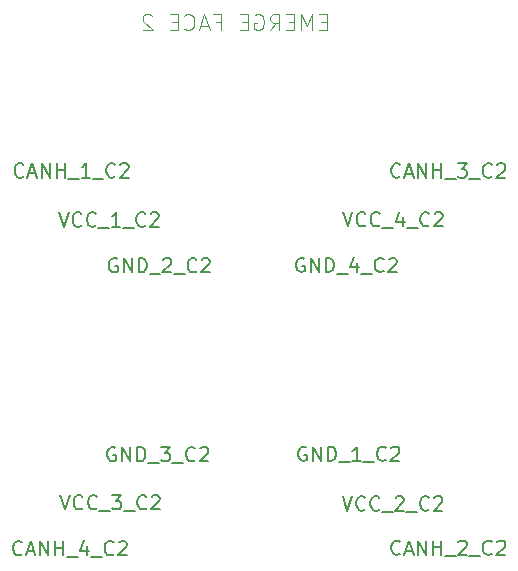
<source format=gbr>
G04 #@! TF.FileFunction,Legend,Top*
%FSLAX46Y46*%
G04 Gerber Fmt 4.6, Leading zero omitted, Abs format (unit mm)*
G04 Created by KiCad (PCBNEW 4.0.6) date 05/08/17 07:31:19*
%MOMM*%
%LPD*%
G01*
G04 APERTURE LIST*
%ADD10C,0.100000*%
%ADD11C,0.113792*%
%ADD12C,0.127000*%
G04 APERTURE END LIST*
D10*
D11*
X188867567Y-74071540D02*
X188417140Y-74071540D01*
X188224100Y-74779353D02*
X188867567Y-74779353D01*
X188867567Y-73428073D01*
X188224100Y-73428073D01*
X187644980Y-74779353D02*
X187644980Y-73428073D01*
X187194553Y-74393273D01*
X186744126Y-73428073D01*
X186744126Y-74779353D01*
X186100660Y-74071540D02*
X185650233Y-74071540D01*
X185457193Y-74779353D02*
X186100660Y-74779353D01*
X186100660Y-73428073D01*
X185457193Y-73428073D01*
X184105913Y-74779353D02*
X184556339Y-74135887D01*
X184878073Y-74779353D02*
X184878073Y-73428073D01*
X184363299Y-73428073D01*
X184234606Y-73492420D01*
X184170259Y-73556767D01*
X184105913Y-73685460D01*
X184105913Y-73878500D01*
X184170259Y-74007193D01*
X184234606Y-74071540D01*
X184363299Y-74135887D01*
X184878073Y-74135887D01*
X182818979Y-73492420D02*
X182947673Y-73428073D01*
X183140713Y-73428073D01*
X183333753Y-73492420D01*
X183462446Y-73621113D01*
X183526793Y-73749807D01*
X183591139Y-74007193D01*
X183591139Y-74200233D01*
X183526793Y-74457620D01*
X183462446Y-74586313D01*
X183333753Y-74715007D01*
X183140713Y-74779353D01*
X183012019Y-74779353D01*
X182818979Y-74715007D01*
X182754633Y-74650660D01*
X182754633Y-74200233D01*
X183012019Y-74200233D01*
X182175513Y-74071540D02*
X181725086Y-74071540D01*
X181532046Y-74779353D02*
X182175513Y-74779353D01*
X182175513Y-73428073D01*
X181532046Y-73428073D01*
X179472952Y-74071540D02*
X179923379Y-74071540D01*
X179923379Y-74779353D02*
X179923379Y-73428073D01*
X179279912Y-73428073D01*
X178829485Y-74393273D02*
X178186019Y-74393273D01*
X178958179Y-74779353D02*
X178507752Y-73428073D01*
X178057325Y-74779353D01*
X176834739Y-74650660D02*
X176899085Y-74715007D01*
X177092125Y-74779353D01*
X177220819Y-74779353D01*
X177413859Y-74715007D01*
X177542552Y-74586313D01*
X177606899Y-74457620D01*
X177671245Y-74200233D01*
X177671245Y-74007193D01*
X177606899Y-73749807D01*
X177542552Y-73621113D01*
X177413859Y-73492420D01*
X177220819Y-73428073D01*
X177092125Y-73428073D01*
X176899085Y-73492420D01*
X176834739Y-73556767D01*
X176255619Y-74071540D02*
X175805192Y-74071540D01*
X175612152Y-74779353D02*
X176255619Y-74779353D01*
X176255619Y-73428073D01*
X175612152Y-73428073D01*
X174067831Y-73556767D02*
X174003485Y-73492420D01*
X173874791Y-73428073D01*
X173553058Y-73428073D01*
X173424365Y-73492420D01*
X173360018Y-73556767D01*
X173295671Y-73685460D01*
X173295671Y-73814153D01*
X173360018Y-74007193D01*
X174132178Y-74779353D01*
X173295671Y-74779353D01*
D12*
X190230005Y-114241148D02*
X190632171Y-115447648D01*
X191034338Y-114241148D01*
X192125933Y-115332743D02*
X192068481Y-115390195D01*
X191896124Y-115447648D01*
X191781219Y-115447648D01*
X191608862Y-115390195D01*
X191493957Y-115275290D01*
X191436505Y-115160386D01*
X191379053Y-114930576D01*
X191379053Y-114758219D01*
X191436505Y-114528410D01*
X191493957Y-114413505D01*
X191608862Y-114298600D01*
X191781219Y-114241148D01*
X191896124Y-114241148D01*
X192068481Y-114298600D01*
X192125933Y-114356052D01*
X193332433Y-115332743D02*
X193274981Y-115390195D01*
X193102624Y-115447648D01*
X192987719Y-115447648D01*
X192815362Y-115390195D01*
X192700457Y-115275290D01*
X192643005Y-115160386D01*
X192585553Y-114930576D01*
X192585553Y-114758219D01*
X192643005Y-114528410D01*
X192700457Y-114413505D01*
X192815362Y-114298600D01*
X192987719Y-114241148D01*
X193102624Y-114241148D01*
X193274981Y-114298600D01*
X193332433Y-114356052D01*
X193562243Y-115562552D02*
X194481481Y-115562552D01*
X194711291Y-114356052D02*
X194768743Y-114298600D01*
X194883648Y-114241148D01*
X195170910Y-114241148D01*
X195285814Y-114298600D01*
X195343267Y-114356052D01*
X195400719Y-114470957D01*
X195400719Y-114585862D01*
X195343267Y-114758219D01*
X194653838Y-115447648D01*
X195400719Y-115447648D01*
X195630529Y-115562552D02*
X196549767Y-115562552D01*
X197526457Y-115332743D02*
X197469005Y-115390195D01*
X197296648Y-115447648D01*
X197181743Y-115447648D01*
X197009386Y-115390195D01*
X196894481Y-115275290D01*
X196837029Y-115160386D01*
X196779577Y-114930576D01*
X196779577Y-114758219D01*
X196837029Y-114528410D01*
X196894481Y-114413505D01*
X197009386Y-114298600D01*
X197181743Y-114241148D01*
X197296648Y-114241148D01*
X197469005Y-114298600D01*
X197526457Y-114356052D01*
X197986077Y-114356052D02*
X198043529Y-114298600D01*
X198158434Y-114241148D01*
X198445696Y-114241148D01*
X198560600Y-114298600D01*
X198618053Y-114356052D01*
X198675505Y-114470957D01*
X198675505Y-114585862D01*
X198618053Y-114758219D01*
X197928624Y-115447648D01*
X198675505Y-115447648D01*
X166221005Y-90206148D02*
X166623171Y-91412648D01*
X167025338Y-90206148D01*
X168116933Y-91297743D02*
X168059481Y-91355195D01*
X167887124Y-91412648D01*
X167772219Y-91412648D01*
X167599862Y-91355195D01*
X167484957Y-91240290D01*
X167427505Y-91125386D01*
X167370053Y-90895576D01*
X167370053Y-90723219D01*
X167427505Y-90493410D01*
X167484957Y-90378505D01*
X167599862Y-90263600D01*
X167772219Y-90206148D01*
X167887124Y-90206148D01*
X168059481Y-90263600D01*
X168116933Y-90321052D01*
X169323433Y-91297743D02*
X169265981Y-91355195D01*
X169093624Y-91412648D01*
X168978719Y-91412648D01*
X168806362Y-91355195D01*
X168691457Y-91240290D01*
X168634005Y-91125386D01*
X168576553Y-90895576D01*
X168576553Y-90723219D01*
X168634005Y-90493410D01*
X168691457Y-90378505D01*
X168806362Y-90263600D01*
X168978719Y-90206148D01*
X169093624Y-90206148D01*
X169265981Y-90263600D01*
X169323433Y-90321052D01*
X169553243Y-91527552D02*
X170472481Y-91527552D01*
X171391719Y-91412648D02*
X170702291Y-91412648D01*
X171047005Y-91412648D02*
X171047005Y-90206148D01*
X170932100Y-90378505D01*
X170817195Y-90493410D01*
X170702291Y-90550862D01*
X171621529Y-91527552D02*
X172540767Y-91527552D01*
X173517457Y-91297743D02*
X173460005Y-91355195D01*
X173287648Y-91412648D01*
X173172743Y-91412648D01*
X173000386Y-91355195D01*
X172885481Y-91240290D01*
X172828029Y-91125386D01*
X172770577Y-90895576D01*
X172770577Y-90723219D01*
X172828029Y-90493410D01*
X172885481Y-90378505D01*
X173000386Y-90263600D01*
X173172743Y-90206148D01*
X173287648Y-90206148D01*
X173460005Y-90263600D01*
X173517457Y-90321052D01*
X173977077Y-90321052D02*
X174034529Y-90263600D01*
X174149434Y-90206148D01*
X174436696Y-90206148D01*
X174551600Y-90263600D01*
X174609053Y-90321052D01*
X174666505Y-90435957D01*
X174666505Y-90550862D01*
X174609053Y-90723219D01*
X173919624Y-91412648D01*
X174666505Y-91412648D01*
X171120338Y-94141600D02*
X171005433Y-94084148D01*
X170833076Y-94084148D01*
X170660719Y-94141600D01*
X170545814Y-94256505D01*
X170488362Y-94371410D01*
X170430910Y-94601219D01*
X170430910Y-94773576D01*
X170488362Y-95003386D01*
X170545814Y-95118290D01*
X170660719Y-95233195D01*
X170833076Y-95290648D01*
X170947981Y-95290648D01*
X171120338Y-95233195D01*
X171177790Y-95175743D01*
X171177790Y-94773576D01*
X170947981Y-94773576D01*
X171694862Y-95290648D02*
X171694862Y-94084148D01*
X172384290Y-95290648D01*
X172384290Y-94084148D01*
X172958814Y-95290648D02*
X172958814Y-94084148D01*
X173246076Y-94084148D01*
X173418433Y-94141600D01*
X173533338Y-94256505D01*
X173590790Y-94371410D01*
X173648242Y-94601219D01*
X173648242Y-94773576D01*
X173590790Y-95003386D01*
X173533338Y-95118290D01*
X173418433Y-95233195D01*
X173246076Y-95290648D01*
X172958814Y-95290648D01*
X173878052Y-95405552D02*
X174797290Y-95405552D01*
X175027100Y-94199052D02*
X175084552Y-94141600D01*
X175199457Y-94084148D01*
X175486719Y-94084148D01*
X175601623Y-94141600D01*
X175659076Y-94199052D01*
X175716528Y-94313957D01*
X175716528Y-94428862D01*
X175659076Y-94601219D01*
X174969647Y-95290648D01*
X175716528Y-95290648D01*
X175946338Y-95405552D02*
X176865576Y-95405552D01*
X177842266Y-95175743D02*
X177784814Y-95233195D01*
X177612457Y-95290648D01*
X177497552Y-95290648D01*
X177325195Y-95233195D01*
X177210290Y-95118290D01*
X177152838Y-95003386D01*
X177095386Y-94773576D01*
X177095386Y-94601219D01*
X177152838Y-94371410D01*
X177210290Y-94256505D01*
X177325195Y-94141600D01*
X177497552Y-94084148D01*
X177612457Y-94084148D01*
X177784814Y-94141600D01*
X177842266Y-94199052D01*
X178301886Y-94199052D02*
X178359338Y-94141600D01*
X178474243Y-94084148D01*
X178761505Y-94084148D01*
X178876409Y-94141600D01*
X178933862Y-94199052D01*
X178991314Y-94313957D01*
X178991314Y-94428862D01*
X178933862Y-94601219D01*
X178244433Y-95290648D01*
X178991314Y-95290648D01*
X187151338Y-110109600D02*
X187036433Y-110052148D01*
X186864076Y-110052148D01*
X186691719Y-110109600D01*
X186576814Y-110224505D01*
X186519362Y-110339410D01*
X186461910Y-110569219D01*
X186461910Y-110741576D01*
X186519362Y-110971386D01*
X186576814Y-111086290D01*
X186691719Y-111201195D01*
X186864076Y-111258648D01*
X186978981Y-111258648D01*
X187151338Y-111201195D01*
X187208790Y-111143743D01*
X187208790Y-110741576D01*
X186978981Y-110741576D01*
X187725862Y-111258648D02*
X187725862Y-110052148D01*
X188415290Y-111258648D01*
X188415290Y-110052148D01*
X188989814Y-111258648D02*
X188989814Y-110052148D01*
X189277076Y-110052148D01*
X189449433Y-110109600D01*
X189564338Y-110224505D01*
X189621790Y-110339410D01*
X189679242Y-110569219D01*
X189679242Y-110741576D01*
X189621790Y-110971386D01*
X189564338Y-111086290D01*
X189449433Y-111201195D01*
X189277076Y-111258648D01*
X188989814Y-111258648D01*
X189909052Y-111373552D02*
X190828290Y-111373552D01*
X191747528Y-111258648D02*
X191058100Y-111258648D01*
X191402814Y-111258648D02*
X191402814Y-110052148D01*
X191287909Y-110224505D01*
X191173004Y-110339410D01*
X191058100Y-110396862D01*
X191977338Y-111373552D02*
X192896576Y-111373552D01*
X193873266Y-111143743D02*
X193815814Y-111201195D01*
X193643457Y-111258648D01*
X193528552Y-111258648D01*
X193356195Y-111201195D01*
X193241290Y-111086290D01*
X193183838Y-110971386D01*
X193126386Y-110741576D01*
X193126386Y-110569219D01*
X193183838Y-110339410D01*
X193241290Y-110224505D01*
X193356195Y-110109600D01*
X193528552Y-110052148D01*
X193643457Y-110052148D01*
X193815814Y-110109600D01*
X193873266Y-110167052D01*
X194332886Y-110167052D02*
X194390338Y-110109600D01*
X194505243Y-110052148D01*
X194792505Y-110052148D01*
X194907409Y-110109600D01*
X194964862Y-110167052D01*
X195022314Y-110281957D01*
X195022314Y-110396862D01*
X194964862Y-110569219D01*
X194275433Y-111258648D01*
X195022314Y-111258648D01*
X195086790Y-119089743D02*
X195029338Y-119147195D01*
X194856981Y-119204648D01*
X194742076Y-119204648D01*
X194569719Y-119147195D01*
X194454814Y-119032290D01*
X194397362Y-118917386D01*
X194339910Y-118687576D01*
X194339910Y-118515219D01*
X194397362Y-118285410D01*
X194454814Y-118170505D01*
X194569719Y-118055600D01*
X194742076Y-117998148D01*
X194856981Y-117998148D01*
X195029338Y-118055600D01*
X195086790Y-118113052D01*
X195546410Y-118859933D02*
X196120933Y-118859933D01*
X195431505Y-119204648D02*
X195833671Y-117998148D01*
X196235838Y-119204648D01*
X196638005Y-119204648D02*
X196638005Y-117998148D01*
X197327433Y-119204648D01*
X197327433Y-117998148D01*
X197901957Y-119204648D02*
X197901957Y-117998148D01*
X197901957Y-118572671D02*
X198591385Y-118572671D01*
X198591385Y-119204648D02*
X198591385Y-117998148D01*
X198878647Y-119319552D02*
X199797885Y-119319552D01*
X200027695Y-118113052D02*
X200085147Y-118055600D01*
X200200052Y-117998148D01*
X200487314Y-117998148D01*
X200602218Y-118055600D01*
X200659671Y-118113052D01*
X200717123Y-118227957D01*
X200717123Y-118342862D01*
X200659671Y-118515219D01*
X199970242Y-119204648D01*
X200717123Y-119204648D01*
X200946933Y-119319552D02*
X201866171Y-119319552D01*
X202842861Y-119089743D02*
X202785409Y-119147195D01*
X202613052Y-119204648D01*
X202498147Y-119204648D01*
X202325790Y-119147195D01*
X202210885Y-119032290D01*
X202153433Y-118917386D01*
X202095981Y-118687576D01*
X202095981Y-118515219D01*
X202153433Y-118285410D01*
X202210885Y-118170505D01*
X202325790Y-118055600D01*
X202498147Y-117998148D01*
X202613052Y-117998148D01*
X202785409Y-118055600D01*
X202842861Y-118113052D01*
X203302481Y-118113052D02*
X203359933Y-118055600D01*
X203474838Y-117998148D01*
X203762100Y-117998148D01*
X203877004Y-118055600D01*
X203934457Y-118113052D01*
X203991909Y-118227957D01*
X203991909Y-118342862D01*
X203934457Y-118515219D01*
X203245028Y-119204648D01*
X203991909Y-119204648D01*
X163195790Y-87139743D02*
X163138338Y-87197195D01*
X162965981Y-87254648D01*
X162851076Y-87254648D01*
X162678719Y-87197195D01*
X162563814Y-87082290D01*
X162506362Y-86967386D01*
X162448910Y-86737576D01*
X162448910Y-86565219D01*
X162506362Y-86335410D01*
X162563814Y-86220505D01*
X162678719Y-86105600D01*
X162851076Y-86048148D01*
X162965981Y-86048148D01*
X163138338Y-86105600D01*
X163195790Y-86163052D01*
X163655410Y-86909933D02*
X164229933Y-86909933D01*
X163540505Y-87254648D02*
X163942671Y-86048148D01*
X164344838Y-87254648D01*
X164747005Y-87254648D02*
X164747005Y-86048148D01*
X165436433Y-87254648D01*
X165436433Y-86048148D01*
X166010957Y-87254648D02*
X166010957Y-86048148D01*
X166010957Y-86622671D02*
X166700385Y-86622671D01*
X166700385Y-87254648D02*
X166700385Y-86048148D01*
X166987647Y-87369552D02*
X167906885Y-87369552D01*
X168826123Y-87254648D02*
X168136695Y-87254648D01*
X168481409Y-87254648D02*
X168481409Y-86048148D01*
X168366504Y-86220505D01*
X168251599Y-86335410D01*
X168136695Y-86392862D01*
X169055933Y-87369552D02*
X169975171Y-87369552D01*
X170951861Y-87139743D02*
X170894409Y-87197195D01*
X170722052Y-87254648D01*
X170607147Y-87254648D01*
X170434790Y-87197195D01*
X170319885Y-87082290D01*
X170262433Y-86967386D01*
X170204981Y-86737576D01*
X170204981Y-86565219D01*
X170262433Y-86335410D01*
X170319885Y-86220505D01*
X170434790Y-86105600D01*
X170607147Y-86048148D01*
X170722052Y-86048148D01*
X170894409Y-86105600D01*
X170951861Y-86163052D01*
X171411481Y-86163052D02*
X171468933Y-86105600D01*
X171583838Y-86048148D01*
X171871100Y-86048148D01*
X171986004Y-86105600D01*
X172043457Y-86163052D01*
X172100909Y-86277957D01*
X172100909Y-86392862D01*
X172043457Y-86565219D01*
X171354028Y-87254648D01*
X172100909Y-87254648D01*
X186974338Y-94118600D02*
X186859433Y-94061148D01*
X186687076Y-94061148D01*
X186514719Y-94118600D01*
X186399814Y-94233505D01*
X186342362Y-94348410D01*
X186284910Y-94578219D01*
X186284910Y-94750576D01*
X186342362Y-94980386D01*
X186399814Y-95095290D01*
X186514719Y-95210195D01*
X186687076Y-95267648D01*
X186801981Y-95267648D01*
X186974338Y-95210195D01*
X187031790Y-95152743D01*
X187031790Y-94750576D01*
X186801981Y-94750576D01*
X187548862Y-95267648D02*
X187548862Y-94061148D01*
X188238290Y-95267648D01*
X188238290Y-94061148D01*
X188812814Y-95267648D02*
X188812814Y-94061148D01*
X189100076Y-94061148D01*
X189272433Y-94118600D01*
X189387338Y-94233505D01*
X189444790Y-94348410D01*
X189502242Y-94578219D01*
X189502242Y-94750576D01*
X189444790Y-94980386D01*
X189387338Y-95095290D01*
X189272433Y-95210195D01*
X189100076Y-95267648D01*
X188812814Y-95267648D01*
X189732052Y-95382552D02*
X190651290Y-95382552D01*
X191455623Y-94463314D02*
X191455623Y-95267648D01*
X191168361Y-94003695D02*
X190881100Y-94865481D01*
X191627980Y-94865481D01*
X191800338Y-95382552D02*
X192719576Y-95382552D01*
X193696266Y-95152743D02*
X193638814Y-95210195D01*
X193466457Y-95267648D01*
X193351552Y-95267648D01*
X193179195Y-95210195D01*
X193064290Y-95095290D01*
X193006838Y-94980386D01*
X192949386Y-94750576D01*
X192949386Y-94578219D01*
X193006838Y-94348410D01*
X193064290Y-94233505D01*
X193179195Y-94118600D01*
X193351552Y-94061148D01*
X193466457Y-94061148D01*
X193638814Y-94118600D01*
X193696266Y-94176052D01*
X194155886Y-94176052D02*
X194213338Y-94118600D01*
X194328243Y-94061148D01*
X194615505Y-94061148D01*
X194730409Y-94118600D01*
X194787862Y-94176052D01*
X194845314Y-94290957D01*
X194845314Y-94405862D01*
X194787862Y-94578219D01*
X194098433Y-95267648D01*
X194845314Y-95267648D01*
X170989738Y-110136000D02*
X170874833Y-110078548D01*
X170702476Y-110078548D01*
X170530119Y-110136000D01*
X170415214Y-110250905D01*
X170357762Y-110365810D01*
X170300310Y-110595619D01*
X170300310Y-110767976D01*
X170357762Y-110997786D01*
X170415214Y-111112690D01*
X170530119Y-111227595D01*
X170702476Y-111285048D01*
X170817381Y-111285048D01*
X170989738Y-111227595D01*
X171047190Y-111170143D01*
X171047190Y-110767976D01*
X170817381Y-110767976D01*
X171564262Y-111285048D02*
X171564262Y-110078548D01*
X172253690Y-111285048D01*
X172253690Y-110078548D01*
X172828214Y-111285048D02*
X172828214Y-110078548D01*
X173115476Y-110078548D01*
X173287833Y-110136000D01*
X173402738Y-110250905D01*
X173460190Y-110365810D01*
X173517642Y-110595619D01*
X173517642Y-110767976D01*
X173460190Y-110997786D01*
X173402738Y-111112690D01*
X173287833Y-111227595D01*
X173115476Y-111285048D01*
X172828214Y-111285048D01*
X173747452Y-111399952D02*
X174666690Y-111399952D01*
X174839047Y-110078548D02*
X175585928Y-110078548D01*
X175183761Y-110538167D01*
X175356119Y-110538167D01*
X175471023Y-110595619D01*
X175528476Y-110653071D01*
X175585928Y-110767976D01*
X175585928Y-111055238D01*
X175528476Y-111170143D01*
X175471023Y-111227595D01*
X175356119Y-111285048D01*
X175011404Y-111285048D01*
X174896500Y-111227595D01*
X174839047Y-111170143D01*
X175815738Y-111399952D02*
X176734976Y-111399952D01*
X177711666Y-111170143D02*
X177654214Y-111227595D01*
X177481857Y-111285048D01*
X177366952Y-111285048D01*
X177194595Y-111227595D01*
X177079690Y-111112690D01*
X177022238Y-110997786D01*
X176964786Y-110767976D01*
X176964786Y-110595619D01*
X177022238Y-110365810D01*
X177079690Y-110250905D01*
X177194595Y-110136000D01*
X177366952Y-110078548D01*
X177481857Y-110078548D01*
X177654214Y-110136000D01*
X177711666Y-110193452D01*
X178171286Y-110193452D02*
X178228738Y-110136000D01*
X178343643Y-110078548D01*
X178630905Y-110078548D01*
X178745809Y-110136000D01*
X178803262Y-110193452D01*
X178860714Y-110308357D01*
X178860714Y-110423262D01*
X178803262Y-110595619D01*
X178113833Y-111285048D01*
X178860714Y-111285048D01*
X166298405Y-114153348D02*
X166700571Y-115359848D01*
X167102738Y-114153348D01*
X168194333Y-115244943D02*
X168136881Y-115302395D01*
X167964524Y-115359848D01*
X167849619Y-115359848D01*
X167677262Y-115302395D01*
X167562357Y-115187490D01*
X167504905Y-115072586D01*
X167447453Y-114842776D01*
X167447453Y-114670419D01*
X167504905Y-114440610D01*
X167562357Y-114325705D01*
X167677262Y-114210800D01*
X167849619Y-114153348D01*
X167964524Y-114153348D01*
X168136881Y-114210800D01*
X168194333Y-114268252D01*
X169400833Y-115244943D02*
X169343381Y-115302395D01*
X169171024Y-115359848D01*
X169056119Y-115359848D01*
X168883762Y-115302395D01*
X168768857Y-115187490D01*
X168711405Y-115072586D01*
X168653953Y-114842776D01*
X168653953Y-114670419D01*
X168711405Y-114440610D01*
X168768857Y-114325705D01*
X168883762Y-114210800D01*
X169056119Y-114153348D01*
X169171024Y-114153348D01*
X169343381Y-114210800D01*
X169400833Y-114268252D01*
X169630643Y-115474752D02*
X170549881Y-115474752D01*
X170722238Y-114153348D02*
X171469119Y-114153348D01*
X171066952Y-114612967D01*
X171239310Y-114612967D01*
X171354214Y-114670419D01*
X171411667Y-114727871D01*
X171469119Y-114842776D01*
X171469119Y-115130038D01*
X171411667Y-115244943D01*
X171354214Y-115302395D01*
X171239310Y-115359848D01*
X170894595Y-115359848D01*
X170779691Y-115302395D01*
X170722238Y-115244943D01*
X171698929Y-115474752D02*
X172618167Y-115474752D01*
X173594857Y-115244943D02*
X173537405Y-115302395D01*
X173365048Y-115359848D01*
X173250143Y-115359848D01*
X173077786Y-115302395D01*
X172962881Y-115187490D01*
X172905429Y-115072586D01*
X172847977Y-114842776D01*
X172847977Y-114670419D01*
X172905429Y-114440610D01*
X172962881Y-114325705D01*
X173077786Y-114210800D01*
X173250143Y-114153348D01*
X173365048Y-114153348D01*
X173537405Y-114210800D01*
X173594857Y-114268252D01*
X174054477Y-114268252D02*
X174111929Y-114210800D01*
X174226834Y-114153348D01*
X174514096Y-114153348D01*
X174629000Y-114210800D01*
X174686453Y-114268252D01*
X174743905Y-114383157D01*
X174743905Y-114498062D01*
X174686453Y-114670419D01*
X173997024Y-115359848D01*
X174743905Y-115359848D01*
X190254205Y-90190348D02*
X190656371Y-91396848D01*
X191058538Y-90190348D01*
X192150133Y-91281943D02*
X192092681Y-91339395D01*
X191920324Y-91396848D01*
X191805419Y-91396848D01*
X191633062Y-91339395D01*
X191518157Y-91224490D01*
X191460705Y-91109586D01*
X191403253Y-90879776D01*
X191403253Y-90707419D01*
X191460705Y-90477610D01*
X191518157Y-90362705D01*
X191633062Y-90247800D01*
X191805419Y-90190348D01*
X191920324Y-90190348D01*
X192092681Y-90247800D01*
X192150133Y-90305252D01*
X193356633Y-91281943D02*
X193299181Y-91339395D01*
X193126824Y-91396848D01*
X193011919Y-91396848D01*
X192839562Y-91339395D01*
X192724657Y-91224490D01*
X192667205Y-91109586D01*
X192609753Y-90879776D01*
X192609753Y-90707419D01*
X192667205Y-90477610D01*
X192724657Y-90362705D01*
X192839562Y-90247800D01*
X193011919Y-90190348D01*
X193126824Y-90190348D01*
X193299181Y-90247800D01*
X193356633Y-90305252D01*
X193586443Y-91511752D02*
X194505681Y-91511752D01*
X195310014Y-90592514D02*
X195310014Y-91396848D01*
X195022752Y-90132895D02*
X194735491Y-90994681D01*
X195482371Y-90994681D01*
X195654729Y-91511752D02*
X196573967Y-91511752D01*
X197550657Y-91281943D02*
X197493205Y-91339395D01*
X197320848Y-91396848D01*
X197205943Y-91396848D01*
X197033586Y-91339395D01*
X196918681Y-91224490D01*
X196861229Y-91109586D01*
X196803777Y-90879776D01*
X196803777Y-90707419D01*
X196861229Y-90477610D01*
X196918681Y-90362705D01*
X197033586Y-90247800D01*
X197205943Y-90190348D01*
X197320848Y-90190348D01*
X197493205Y-90247800D01*
X197550657Y-90305252D01*
X198010277Y-90305252D02*
X198067729Y-90247800D01*
X198182634Y-90190348D01*
X198469896Y-90190348D01*
X198584800Y-90247800D01*
X198642253Y-90305252D01*
X198699705Y-90420157D01*
X198699705Y-90535062D01*
X198642253Y-90707419D01*
X197952824Y-91396848D01*
X198699705Y-91396848D01*
X163073990Y-119124543D02*
X163016538Y-119181995D01*
X162844181Y-119239448D01*
X162729276Y-119239448D01*
X162556919Y-119181995D01*
X162442014Y-119067090D01*
X162384562Y-118952186D01*
X162327110Y-118722376D01*
X162327110Y-118550019D01*
X162384562Y-118320210D01*
X162442014Y-118205305D01*
X162556919Y-118090400D01*
X162729276Y-118032948D01*
X162844181Y-118032948D01*
X163016538Y-118090400D01*
X163073990Y-118147852D01*
X163533610Y-118894733D02*
X164108133Y-118894733D01*
X163418705Y-119239448D02*
X163820871Y-118032948D01*
X164223038Y-119239448D01*
X164625205Y-119239448D02*
X164625205Y-118032948D01*
X165314633Y-119239448D01*
X165314633Y-118032948D01*
X165889157Y-119239448D02*
X165889157Y-118032948D01*
X165889157Y-118607471D02*
X166578585Y-118607471D01*
X166578585Y-119239448D02*
X166578585Y-118032948D01*
X166865847Y-119354352D02*
X167785085Y-119354352D01*
X168589418Y-118435114D02*
X168589418Y-119239448D01*
X168302156Y-117975495D02*
X168014895Y-118837281D01*
X168761775Y-118837281D01*
X168934133Y-119354352D02*
X169853371Y-119354352D01*
X170830061Y-119124543D02*
X170772609Y-119181995D01*
X170600252Y-119239448D01*
X170485347Y-119239448D01*
X170312990Y-119181995D01*
X170198085Y-119067090D01*
X170140633Y-118952186D01*
X170083181Y-118722376D01*
X170083181Y-118550019D01*
X170140633Y-118320210D01*
X170198085Y-118205305D01*
X170312990Y-118090400D01*
X170485347Y-118032948D01*
X170600252Y-118032948D01*
X170772609Y-118090400D01*
X170830061Y-118147852D01*
X171289681Y-118147852D02*
X171347133Y-118090400D01*
X171462038Y-118032948D01*
X171749300Y-118032948D01*
X171864204Y-118090400D01*
X171921657Y-118147852D01*
X171979109Y-118262757D01*
X171979109Y-118377662D01*
X171921657Y-118550019D01*
X171232228Y-119239448D01*
X171979109Y-119239448D01*
X195085990Y-87156743D02*
X195028538Y-87214195D01*
X194856181Y-87271648D01*
X194741276Y-87271648D01*
X194568919Y-87214195D01*
X194454014Y-87099290D01*
X194396562Y-86984386D01*
X194339110Y-86754576D01*
X194339110Y-86582219D01*
X194396562Y-86352410D01*
X194454014Y-86237505D01*
X194568919Y-86122600D01*
X194741276Y-86065148D01*
X194856181Y-86065148D01*
X195028538Y-86122600D01*
X195085990Y-86180052D01*
X195545610Y-86926933D02*
X196120133Y-86926933D01*
X195430705Y-87271648D02*
X195832871Y-86065148D01*
X196235038Y-87271648D01*
X196637205Y-87271648D02*
X196637205Y-86065148D01*
X197326633Y-87271648D01*
X197326633Y-86065148D01*
X197901157Y-87271648D02*
X197901157Y-86065148D01*
X197901157Y-86639671D02*
X198590585Y-86639671D01*
X198590585Y-87271648D02*
X198590585Y-86065148D01*
X198877847Y-87386552D02*
X199797085Y-87386552D01*
X199969442Y-86065148D02*
X200716323Y-86065148D01*
X200314156Y-86524767D01*
X200486514Y-86524767D01*
X200601418Y-86582219D01*
X200658871Y-86639671D01*
X200716323Y-86754576D01*
X200716323Y-87041838D01*
X200658871Y-87156743D01*
X200601418Y-87214195D01*
X200486514Y-87271648D01*
X200141799Y-87271648D01*
X200026895Y-87214195D01*
X199969442Y-87156743D01*
X200946133Y-87386552D02*
X201865371Y-87386552D01*
X202842061Y-87156743D02*
X202784609Y-87214195D01*
X202612252Y-87271648D01*
X202497347Y-87271648D01*
X202324990Y-87214195D01*
X202210085Y-87099290D01*
X202152633Y-86984386D01*
X202095181Y-86754576D01*
X202095181Y-86582219D01*
X202152633Y-86352410D01*
X202210085Y-86237505D01*
X202324990Y-86122600D01*
X202497347Y-86065148D01*
X202612252Y-86065148D01*
X202784609Y-86122600D01*
X202842061Y-86180052D01*
X203301681Y-86180052D02*
X203359133Y-86122600D01*
X203474038Y-86065148D01*
X203761300Y-86065148D01*
X203876204Y-86122600D01*
X203933657Y-86180052D01*
X203991109Y-86294957D01*
X203991109Y-86409862D01*
X203933657Y-86582219D01*
X203244228Y-87271648D01*
X203991109Y-87271648D01*
M02*

</source>
